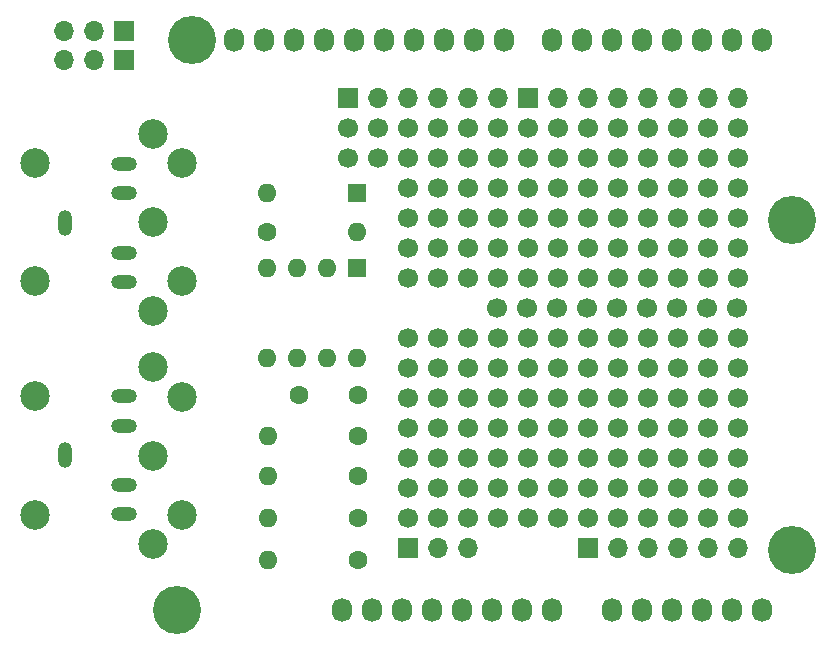
<source format=gbr>
%TF.GenerationSoftware,KiCad,Pcbnew,(6.0.5)*%
%TF.CreationDate,2022-11-15T09:33:25+00:00*%
%TF.ProjectId,ArduinoMIDIProtoShield,41726475-696e-46f4-9d49-444950726f74,rev?*%
%TF.SameCoordinates,Original*%
%TF.FileFunction,Soldermask,Top*%
%TF.FilePolarity,Negative*%
%FSLAX46Y46*%
G04 Gerber Fmt 4.6, Leading zero omitted, Abs format (unit mm)*
G04 Created by KiCad (PCBNEW (6.0.5)) date 2022-11-15 09:33:25*
%MOMM*%
%LPD*%
G01*
G04 APERTURE LIST*
%ADD10O,1.727200X2.032000*%
%ADD11C,4.064000*%
%ADD12C,1.700000*%
%ADD13R,1.600000X1.600000*%
%ADD14O,1.600000X1.600000*%
%ADD15R,1.700000X1.700000*%
%ADD16O,1.700000X1.700000*%
%ADD17C,1.600000*%
%ADD18C,2.499360*%
%ADD19O,2.200000X1.200000*%
%ADD20O,1.200000X2.200000*%
G04 APERTURE END LIST*
D10*
%TO.C,P1*%
X138938000Y-123825000D03*
X141478000Y-123825000D03*
X144018000Y-123825000D03*
X146558000Y-123825000D03*
X149098000Y-123825000D03*
X151638000Y-123825000D03*
X154178000Y-123825000D03*
X156718000Y-123825000D03*
%TD*%
%TO.C,P2*%
X161798000Y-123825000D03*
X164338000Y-123825000D03*
X166878000Y-123825000D03*
X169418000Y-123825000D03*
X171958000Y-123825000D03*
X174498000Y-123825000D03*
%TD*%
%TO.C,P3*%
X129794000Y-75565000D03*
X132334000Y-75565000D03*
X134874000Y-75565000D03*
X137414000Y-75565000D03*
X139954000Y-75565000D03*
X142494000Y-75565000D03*
X145034000Y-75565000D03*
X147574000Y-75565000D03*
X150114000Y-75565000D03*
X152654000Y-75565000D03*
%TD*%
%TO.C,P4*%
X156718000Y-75565000D03*
X159258000Y-75565000D03*
X161798000Y-75565000D03*
X164338000Y-75565000D03*
X166878000Y-75565000D03*
X169418000Y-75565000D03*
X171958000Y-75565000D03*
X174498000Y-75565000D03*
%TD*%
D11*
%TO.C,P5*%
X124968000Y-123825000D03*
%TD*%
%TO.C,P6*%
X177038000Y-118745000D03*
%TD*%
%TO.C,P7*%
X126238000Y-75565000D03*
%TD*%
%TO.C,P8*%
X177038000Y-90805000D03*
%TD*%
D12*
%TO.C,*%
X162306000Y-110972600D03*
%TD*%
%TO.C,*%
X167386000Y-85572600D03*
%TD*%
%TO.C,*%
X169926000Y-110972600D03*
%TD*%
%TO.C,*%
X152146000Y-108432600D03*
%TD*%
%TO.C,*%
X164846000Y-100812600D03*
%TD*%
%TO.C,*%
X154686000Y-90652600D03*
%TD*%
%TO.C,*%
X172466000Y-116052600D03*
%TD*%
%TO.C,*%
X169926000Y-93192600D03*
%TD*%
%TO.C,*%
X154686000Y-116052600D03*
%TD*%
%TO.C,*%
X167386000Y-105892600D03*
%TD*%
%TO.C,*%
X167386000Y-116052600D03*
%TD*%
%TO.C,*%
X147066000Y-90652600D03*
%TD*%
%TO.C,*%
X147066000Y-88112600D03*
%TD*%
%TO.C,*%
X157200600Y-98272600D03*
%TD*%
%TO.C,*%
X144526000Y-90652600D03*
%TD*%
%TO.C,*%
X162306000Y-116052600D03*
%TD*%
%TO.C,*%
X157226000Y-108432600D03*
%TD*%
%TO.C,*%
X152146000Y-93192600D03*
%TD*%
%TO.C,*%
X147066000Y-83032600D03*
%TD*%
%TO.C,*%
X164846000Y-93192600D03*
%TD*%
%TO.C,*%
X147066000Y-85572600D03*
%TD*%
%TO.C,*%
X141990000Y-83030000D03*
%TD*%
%TO.C,*%
X159766000Y-100812600D03*
%TD*%
%TO.C,*%
X157226000Y-90652600D03*
%TD*%
%TO.C,*%
X169926000Y-100812600D03*
%TD*%
%TO.C,*%
X169926000Y-90652600D03*
%TD*%
%TO.C,*%
X144526000Y-100812600D03*
%TD*%
D13*
%TO.C,U1*%
X140223400Y-94929800D03*
D14*
X137683400Y-94929800D03*
X135143400Y-94929800D03*
X132603400Y-94929800D03*
X132603400Y-102549800D03*
X135143400Y-102549800D03*
X137683400Y-102549800D03*
X140223400Y-102549800D03*
%TD*%
D12*
%TO.C,*%
X162280600Y-98272600D03*
%TD*%
%TO.C,*%
X149606000Y-105892600D03*
%TD*%
%TO.C,*%
X164846000Y-90652600D03*
%TD*%
%TO.C,*%
X159766000Y-88112600D03*
%TD*%
%TO.C,*%
X144526000Y-110972600D03*
%TD*%
%TO.C,*%
X144526000Y-113512600D03*
%TD*%
D15*
%TO.C,J7*%
X139446000Y-80492600D03*
D16*
X141986000Y-80492600D03*
X144526000Y-80492600D03*
X147066000Y-80492600D03*
X149606000Y-80492600D03*
X152146000Y-80492600D03*
%TD*%
D12*
%TO.C,*%
X169926000Y-88112600D03*
%TD*%
D17*
%TO.C,R3*%
X132588000Y-91846400D03*
D14*
X140208000Y-91846400D03*
%TD*%
D12*
%TO.C,*%
X159766000Y-90652600D03*
%TD*%
D17*
%TO.C,R5*%
X140335000Y-109093000D03*
D14*
X132715000Y-109093000D03*
%TD*%
D12*
%TO.C,*%
X152146000Y-83032600D03*
%TD*%
%TO.C,*%
X172466000Y-103352600D03*
%TD*%
D13*
%TO.C,D1*%
X140208000Y-88544400D03*
D14*
X132588000Y-88544400D03*
%TD*%
D12*
%TO.C,*%
X159766000Y-83032600D03*
%TD*%
D17*
%TO.C,R4*%
X140335000Y-112522000D03*
D14*
X132715000Y-112522000D03*
%TD*%
D12*
%TO.C,*%
X172466000Y-85572600D03*
%TD*%
%TO.C,*%
X172466000Y-113512600D03*
%TD*%
%TO.C,*%
X152146000Y-103352600D03*
%TD*%
%TO.C,*%
X164846000Y-85572600D03*
%TD*%
%TO.C,*%
X164846000Y-95732600D03*
%TD*%
%TO.C,*%
X147066000Y-95732600D03*
%TD*%
%TO.C,*%
X149606000Y-113512600D03*
%TD*%
%TO.C,*%
X157226000Y-85572600D03*
%TD*%
%TO.C,*%
X164846000Y-110972600D03*
%TD*%
%TO.C,*%
X144526000Y-108432600D03*
%TD*%
%TO.C,*%
X157226000Y-103352600D03*
%TD*%
%TO.C,*%
X169926000Y-83032600D03*
%TD*%
%TO.C,*%
X162306000Y-85572600D03*
%TD*%
%TO.C,*%
X164846000Y-88112600D03*
%TD*%
%TO.C,*%
X147066000Y-103352600D03*
%TD*%
%TO.C,*%
X162306000Y-83032600D03*
%TD*%
%TO.C,*%
X144526000Y-116052600D03*
%TD*%
%TO.C,*%
X157226000Y-88112600D03*
%TD*%
%TO.C,*%
X147066000Y-105892600D03*
%TD*%
%TO.C,*%
X167386000Y-100812600D03*
%TD*%
D17*
%TO.C,C1*%
X140295000Y-105664000D03*
X135295000Y-105664000D03*
%TD*%
D12*
%TO.C,*%
X167386000Y-93192600D03*
%TD*%
%TO.C,*%
X157226000Y-95732600D03*
%TD*%
%TO.C,*%
X162306000Y-100812600D03*
%TD*%
%TO.C,*%
X172466000Y-93192600D03*
%TD*%
%TO.C,*%
X152146000Y-90652600D03*
%TD*%
%TO.C,*%
X157226000Y-113512600D03*
%TD*%
%TO.C,*%
X157226000Y-116052600D03*
%TD*%
%TO.C,*%
X169926000Y-113512600D03*
%TD*%
%TO.C,*%
X157226000Y-83032600D03*
%TD*%
%TO.C,*%
X152146000Y-85572600D03*
%TD*%
%TO.C,*%
X172466000Y-110972600D03*
%TD*%
%TO.C,*%
X159766000Y-105892600D03*
%TD*%
%TO.C,*%
X164846000Y-103352600D03*
%TD*%
%TO.C,*%
X154686000Y-105892600D03*
%TD*%
%TO.C,*%
X172466000Y-105892600D03*
%TD*%
%TO.C,*%
X169926000Y-108432600D03*
%TD*%
%TO.C,*%
X152146000Y-100812600D03*
%TD*%
%TO.C,*%
X154686000Y-85572600D03*
%TD*%
%TO.C,*%
X164846000Y-105892600D03*
%TD*%
%TO.C,*%
X167386000Y-108432600D03*
%TD*%
%TO.C,*%
X164846000Y-108432600D03*
%TD*%
%TO.C,*%
X149606000Y-116052600D03*
%TD*%
%TO.C,*%
X154686000Y-95732600D03*
%TD*%
%TO.C,*%
X167386000Y-90652600D03*
%TD*%
%TO.C,*%
X162306000Y-105892600D03*
%TD*%
%TO.C,*%
X167386000Y-83032600D03*
%TD*%
%TO.C,*%
X139450000Y-85570000D03*
%TD*%
%TO.C,*%
X172466000Y-90652600D03*
%TD*%
%TO.C,*%
X154686000Y-93192600D03*
%TD*%
%TO.C,*%
X167386000Y-103352600D03*
%TD*%
%TO.C,*%
X154686000Y-113512600D03*
%TD*%
D18*
%TO.C,IN1*%
X112938300Y-86037740D03*
X112938300Y-96040260D03*
X122933200Y-98537080D03*
X122935740Y-91039000D03*
X122933200Y-83540920D03*
X125435100Y-96035180D03*
X125435100Y-86042820D03*
%TD*%
D15*
%TO.C,J5*%
X144526000Y-118592600D03*
D16*
X147066000Y-118592600D03*
X149606000Y-118592600D03*
%TD*%
D12*
%TO.C,*%
X147066000Y-108432600D03*
%TD*%
%TO.C,*%
X152120600Y-98272600D03*
%TD*%
%TO.C,*%
X147066000Y-110972600D03*
%TD*%
%TO.C,*%
X152146000Y-110972600D03*
%TD*%
%TO.C,*%
X147066000Y-116052600D03*
%TD*%
D19*
%TO.C,J2*%
X120493800Y-105750000D03*
X120493800Y-108250000D03*
D20*
X115493800Y-110750000D03*
D19*
X120493800Y-115750000D03*
X120493800Y-113250000D03*
%TD*%
D12*
%TO.C,*%
X152146000Y-113512600D03*
%TD*%
%TO.C,*%
X162306000Y-95732600D03*
%TD*%
%TO.C,*%
X149606000Y-100812600D03*
%TD*%
%TO.C,*%
X169926000Y-85572600D03*
%TD*%
%TO.C,*%
X162306000Y-88112600D03*
%TD*%
%TO.C,*%
X154686000Y-100812600D03*
%TD*%
%TO.C,*%
X164846000Y-113512600D03*
%TD*%
%TO.C,*%
X149606000Y-110972600D03*
%TD*%
%TO.C,*%
X167360600Y-98272600D03*
%TD*%
%TO.C,*%
X149606000Y-103352600D03*
%TD*%
%TO.C,*%
X159766000Y-110972600D03*
%TD*%
%TO.C,*%
X159766000Y-103352600D03*
%TD*%
%TO.C,*%
X144526000Y-85572600D03*
%TD*%
%TO.C,*%
X167386000Y-113512600D03*
%TD*%
%TO.C,*%
X169926000Y-95732600D03*
%TD*%
%TO.C,*%
X167386000Y-88112600D03*
%TD*%
%TO.C,*%
X149606000Y-88112600D03*
%TD*%
%TO.C,*%
X172466000Y-100812600D03*
%TD*%
D19*
%TO.C,J1*%
X120493800Y-86100000D03*
X120493800Y-88600000D03*
D20*
X115493800Y-91100000D03*
D19*
X120493800Y-96100000D03*
X120493800Y-93600000D03*
%TD*%
D12*
%TO.C,*%
X172466000Y-95732600D03*
%TD*%
%TO.C,*%
X144526000Y-88112600D03*
%TD*%
%TO.C,*%
X149606000Y-85572600D03*
%TD*%
%TO.C,*%
X147066000Y-100812600D03*
%TD*%
%TO.C,*%
X167386000Y-95732600D03*
%TD*%
%TO.C,*%
X154686000Y-108432600D03*
%TD*%
%TO.C,*%
X152146000Y-88112600D03*
%TD*%
%TO.C,*%
X162306000Y-93192600D03*
%TD*%
D18*
%TO.C,OUT1*%
X112938300Y-115789260D03*
X112938300Y-105786740D03*
X122933200Y-118286080D03*
X122935740Y-110788000D03*
X122933200Y-103289920D03*
X125435100Y-115784180D03*
X125435100Y-105791820D03*
%TD*%
D12*
%TO.C,*%
X144526000Y-103352600D03*
%TD*%
%TO.C,*%
X157226000Y-100812600D03*
%TD*%
%TO.C,*%
X169926000Y-105892600D03*
%TD*%
D15*
%TO.C,J6*%
X159766000Y-118592600D03*
D16*
X162306000Y-118592600D03*
X164846000Y-118592600D03*
X167386000Y-118592600D03*
X169926000Y-118592600D03*
X172466000Y-118592600D03*
%TD*%
D17*
%TO.C,R1*%
X140335000Y-119634000D03*
D14*
X132715000Y-119634000D03*
%TD*%
D12*
%TO.C,*%
X159766000Y-108432600D03*
%TD*%
%TO.C,*%
X172466000Y-83032600D03*
%TD*%
%TO.C,*%
X147066000Y-113512600D03*
%TD*%
%TO.C,*%
X154686000Y-88112600D03*
%TD*%
%TO.C,*%
X157226000Y-105892600D03*
%TD*%
%TO.C,*%
X141990000Y-85570000D03*
%TD*%
%TO.C,*%
X167386000Y-110972600D03*
%TD*%
%TO.C,*%
X162306000Y-103352600D03*
%TD*%
%TO.C,*%
X162306000Y-90652600D03*
%TD*%
%TO.C,*%
X169926000Y-116052600D03*
%TD*%
%TO.C,*%
X139450000Y-83030000D03*
%TD*%
%TO.C,*%
X164820600Y-98272600D03*
%TD*%
%TO.C,*%
X144526000Y-93192600D03*
%TD*%
D15*
%TO.C,J4*%
X120505000Y-77280000D03*
D16*
X117965000Y-77280000D03*
X115425000Y-77280000D03*
%TD*%
D12*
%TO.C,*%
X162306000Y-108432600D03*
%TD*%
%TO.C,*%
X159766000Y-85572600D03*
%TD*%
%TO.C,*%
X149606000Y-90652600D03*
%TD*%
%TO.C,*%
X152146000Y-116052600D03*
%TD*%
%TO.C,*%
X144526000Y-105892600D03*
%TD*%
%TO.C,*%
X172440600Y-98272600D03*
%TD*%
%TO.C,*%
X157226000Y-110972600D03*
%TD*%
%TO.C,*%
X149606000Y-83032600D03*
%TD*%
D15*
%TO.C,J8*%
X154686000Y-80492600D03*
D16*
X157226000Y-80492600D03*
X159766000Y-80492600D03*
X162306000Y-80492600D03*
X164846000Y-80492600D03*
X167386000Y-80492600D03*
X169926000Y-80492600D03*
X172466000Y-80492600D03*
%TD*%
D15*
%TO.C,J3*%
X120505000Y-74840000D03*
D16*
X117965000Y-74840000D03*
X115425000Y-74840000D03*
%TD*%
D12*
%TO.C,*%
X159766000Y-93192600D03*
%TD*%
%TO.C,*%
X157226000Y-93192600D03*
%TD*%
%TO.C,*%
X159766000Y-113512600D03*
%TD*%
D17*
%TO.C,R2*%
X140335000Y-116078000D03*
D14*
X132715000Y-116078000D03*
%TD*%
D12*
%TO.C,*%
X169926000Y-103352600D03*
%TD*%
%TO.C,*%
X152146000Y-95732600D03*
%TD*%
%TO.C,*%
X172466000Y-88112600D03*
%TD*%
%TO.C,*%
X149606000Y-93192600D03*
%TD*%
%TO.C,*%
X154686000Y-103352600D03*
%TD*%
%TO.C,*%
X147066000Y-93192600D03*
%TD*%
%TO.C,*%
X172466000Y-108432600D03*
%TD*%
%TO.C,*%
X159740600Y-98272600D03*
%TD*%
%TO.C,*%
X164846000Y-116052600D03*
%TD*%
%TO.C,*%
X154686000Y-110972600D03*
%TD*%
%TO.C,*%
X169900600Y-98272600D03*
%TD*%
%TO.C,*%
X154686000Y-83032600D03*
%TD*%
%TO.C,*%
X154660600Y-98272600D03*
%TD*%
%TO.C,*%
X159766000Y-116052600D03*
%TD*%
%TO.C,*%
X149606000Y-108432600D03*
%TD*%
%TO.C,*%
X159766000Y-95732600D03*
%TD*%
%TO.C,*%
X149606000Y-95732600D03*
%TD*%
%TO.C,*%
X144526000Y-95732600D03*
%TD*%
%TO.C,*%
X164846000Y-83032600D03*
%TD*%
%TO.C,*%
X144526000Y-83032600D03*
%TD*%
%TO.C,*%
X152146000Y-105892600D03*
%TD*%
%TO.C,*%
X162306000Y-113512600D03*
%TD*%
M02*

</source>
